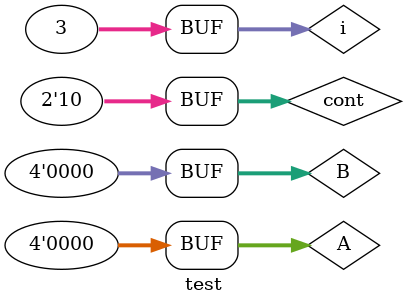
<source format=v>
module ALU4(A, B, cont, Res);
input [3:0] A, B;
input [1:0] cont;
output [7:0] Res;
reg [7:0] Res;

always @(A or B or cont) 
case(cont)
  2'd0: Res <= #1 A + B;
  2'd1: Res <= #1 A * B;
  2'd2: Res <= #1 {A / B, A % B};
  2'd3: Res <= #1 A & B;
endcase
endmodule

module test;
reg [3:0] A, B;
reg [1:0] cont;
wire [7:0] Res;
integer i; // ✅ 補上 i 的宣告

ALU4 U1(A, B, cont, Res);

initial begin
  $dumpfile("vcd/alu4.vcd");
  $dumpvars(0, test);
end

initial begin
  #0 A = 4'd3; B = 4'd11;
  for(i = 0; i < 3; i = i + 1) begin
    #0 cont = i;
    #10 ;
  end

  #10 A = 4'd9; B = 4'd9;
  for(i = 0; i < 3; i = i + 1) begin
    #0 cont = i;
    #10 ;
  end

  #10 A = 4'd12; B = 4'd5;
  for(i = 0; i < 3; i = i + 1) begin
    #0 cont = i;
    #10 ;
  end

  A = 0; B = 0;
end

// ✅ 改成合法的 case 語法
always @(A or B or cont or Res) begin
  case (cont)
    2'd0: $display("%d ns,A=%d, B=%d, A+B = %d\n", $time, A, B, Res);
    2'd1: $display("%d ns,A=%d, B=%d, AxB, Res=%d\n", $time, A, B, Res);
    2'd2: $display("%d ns,A=%d, B=%d, A/B = %d, A除以B之餘數 = %d\n", $time, A, B, Res[7:4], Res[3:0]);
    2'd3: $display("%d ns,A=%d, B=%d, A&B, Res=%d\n", $time, A, B, Res);
  endcase
end

endmodule

</source>
